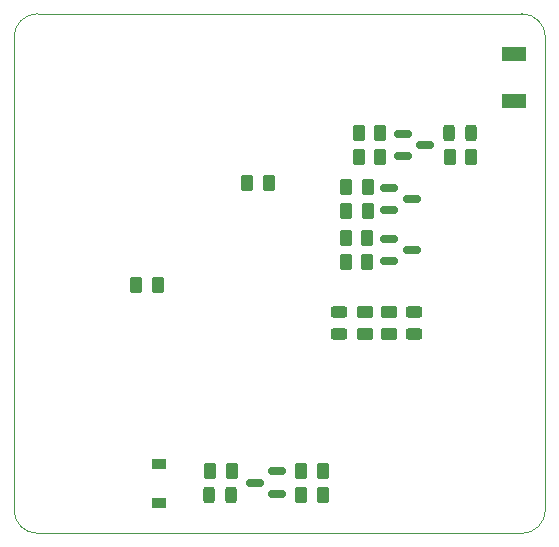
<source format=gtp>
G04 #@! TF.GenerationSoftware,KiCad,Pcbnew,(6.0.7)*
G04 #@! TF.CreationDate,2022-12-11T16:42:55+01:00*
G04 #@! TF.ProjectId,StartStop_PCB,53746172-7453-4746-9f70-5f5043422e6b,rev?*
G04 #@! TF.SameCoordinates,Original*
G04 #@! TF.FileFunction,Paste,Top*
G04 #@! TF.FilePolarity,Positive*
%FSLAX46Y46*%
G04 Gerber Fmt 4.6, Leading zero omitted, Abs format (unit mm)*
G04 Created by KiCad (PCBNEW (6.0.7)) date 2022-12-11 16:42:55*
%MOMM*%
%LPD*%
G01*
G04 APERTURE LIST*
G04 Aperture macros list*
%AMRoundRect*
0 Rectangle with rounded corners*
0 $1 Rounding radius*
0 $2 $3 $4 $5 $6 $7 $8 $9 X,Y pos of 4 corners*
0 Add a 4 corners polygon primitive as box body*
4,1,4,$2,$3,$4,$5,$6,$7,$8,$9,$2,$3,0*
0 Add four circle primitives for the rounded corners*
1,1,$1+$1,$2,$3*
1,1,$1+$1,$4,$5*
1,1,$1+$1,$6,$7*
1,1,$1+$1,$8,$9*
0 Add four rect primitives between the rounded corners*
20,1,$1+$1,$2,$3,$4,$5,0*
20,1,$1+$1,$4,$5,$6,$7,0*
20,1,$1+$1,$6,$7,$8,$9,0*
20,1,$1+$1,$8,$9,$2,$3,0*%
G04 Aperture macros list end*
G04 #@! TA.AperFunction,Profile*
%ADD10C,0.100000*%
G04 #@! TD*
%ADD11RoundRect,0.250000X-0.262500X-0.450000X0.262500X-0.450000X0.262500X0.450000X-0.262500X0.450000X0*%
%ADD12R,2.000000X1.200000*%
%ADD13RoundRect,0.250000X0.450000X-0.262500X0.450000X0.262500X-0.450000X0.262500X-0.450000X-0.262500X0*%
%ADD14RoundRect,0.150000X-0.587500X-0.150000X0.587500X-0.150000X0.587500X0.150000X-0.587500X0.150000X0*%
%ADD15RoundRect,0.243750X-0.456250X0.243750X-0.456250X-0.243750X0.456250X-0.243750X0.456250X0.243750X0*%
%ADD16RoundRect,0.250000X0.262500X0.450000X-0.262500X0.450000X-0.262500X-0.450000X0.262500X-0.450000X0*%
%ADD17RoundRect,0.150000X0.587500X0.150000X-0.587500X0.150000X-0.587500X-0.150000X0.587500X-0.150000X0*%
%ADD18RoundRect,0.243750X0.243750X0.456250X-0.243750X0.456250X-0.243750X-0.456250X0.243750X-0.456250X0*%
%ADD19R,1.200000X0.900000*%
%ADD20RoundRect,0.243750X-0.243750X-0.456250X0.243750X-0.456250X0.243750X0.456250X-0.243750X0.456250X0*%
G04 APERTURE END LIST*
D10*
X144000000Y-81000000D02*
G75*
G03*
X146000000Y-79000000I0J2000000D01*
G01*
X103000000Y-37000000D02*
G75*
G03*
X101000000Y-39000000I0J-2000000D01*
G01*
X146000000Y-79000000D02*
X146000000Y-39000000D01*
X144000000Y-37000000D02*
X103000000Y-37000000D01*
X101000000Y-39000000D02*
X101000000Y-79000000D01*
X146000000Y-39000000D02*
G75*
G03*
X144000000Y-37000000I-2000000J0D01*
G01*
X101000000Y-79000000D02*
G75*
G03*
X103000000Y-81000000I2000000J0D01*
G01*
X103000000Y-81000000D02*
X144000000Y-81000000D01*
D11*
X129112000Y-51689000D03*
X130937000Y-51689000D03*
D12*
X143332200Y-40418000D03*
X143332200Y-44418000D03*
D13*
X132715000Y-64080000D03*
X132715000Y-62255000D03*
D11*
X125325500Y-77724000D03*
X127150500Y-77724000D03*
D14*
X133960000Y-47183000D03*
X133960000Y-49083000D03*
X135835000Y-48133000D03*
X132787250Y-56073000D03*
X132787250Y-57973000D03*
X134662250Y-57023000D03*
D11*
X137898500Y-49149000D03*
X139723500Y-49149000D03*
D15*
X134874000Y-62230000D03*
X134874000Y-64105000D03*
D11*
X129105750Y-58039000D03*
X130930750Y-58039000D03*
X117627000Y-75692000D03*
X119452000Y-75692000D03*
D16*
X132000000Y-49149000D03*
X130175000Y-49149000D03*
X130930750Y-56007000D03*
X129105750Y-56007000D03*
X127150500Y-75692000D03*
X125325500Y-75692000D03*
D17*
X123287000Y-77658000D03*
X123287000Y-75758000D03*
X121412000Y-76708000D03*
D18*
X119405000Y-77724000D03*
X117530000Y-77724000D03*
D16*
X130937000Y-53721000D03*
X129112000Y-53721000D03*
D19*
X113284000Y-78434600D03*
X113284000Y-75134600D03*
D13*
X130683000Y-64080000D03*
X130683000Y-62255000D03*
D11*
X130175000Y-47117000D03*
X132000000Y-47117000D03*
X111355500Y-59944000D03*
X113180500Y-59944000D03*
D15*
X128524000Y-62230000D03*
X128524000Y-64105000D03*
D14*
X132793500Y-51755000D03*
X132793500Y-53655000D03*
X134668500Y-52705000D03*
D20*
X137848500Y-47117000D03*
X139723500Y-47117000D03*
D11*
X120753500Y-51308000D03*
X122578500Y-51308000D03*
M02*

</source>
